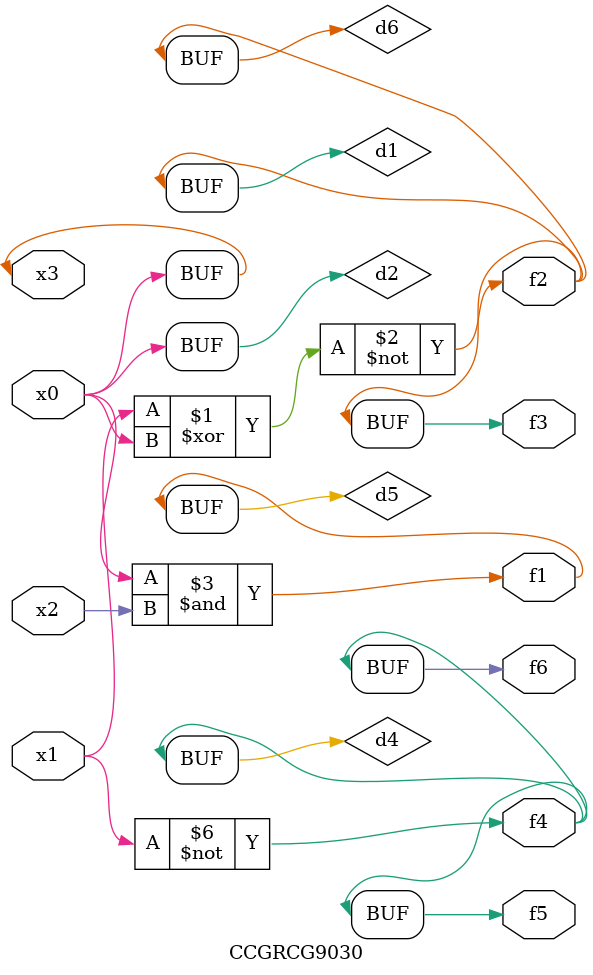
<source format=v>
module CCGRCG9030(
	input x0, x1, x2, x3,
	output f1, f2, f3, f4, f5, f6
);

	wire d1, d2, d3, d4, d5, d6;

	xnor (d1, x1, x3);
	buf (d2, x0, x3);
	nand (d3, x0, x2);
	not (d4, x1);
	nand (d5, d3);
	or (d6, d1);
	assign f1 = d5;
	assign f2 = d6;
	assign f3 = d6;
	assign f4 = d4;
	assign f5 = d4;
	assign f6 = d4;
endmodule

</source>
